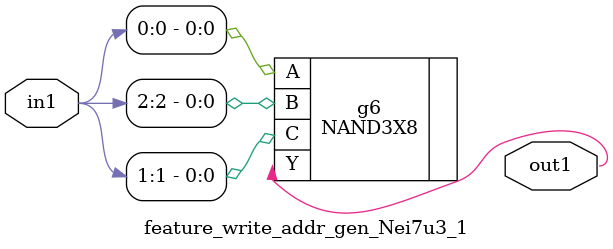
<source format=v>
`timescale 1ps / 1ps


module feature_write_addr_gen_Nei7u3_1(in1, out1);
  input [2:0] in1;
  output out1;
  wire [2:0] in1;
  wire out1;
  NAND3X8 g6(.A (in1[0]), .B (in1[2]), .C (in1[1]), .Y (out1));
endmodule



</source>
